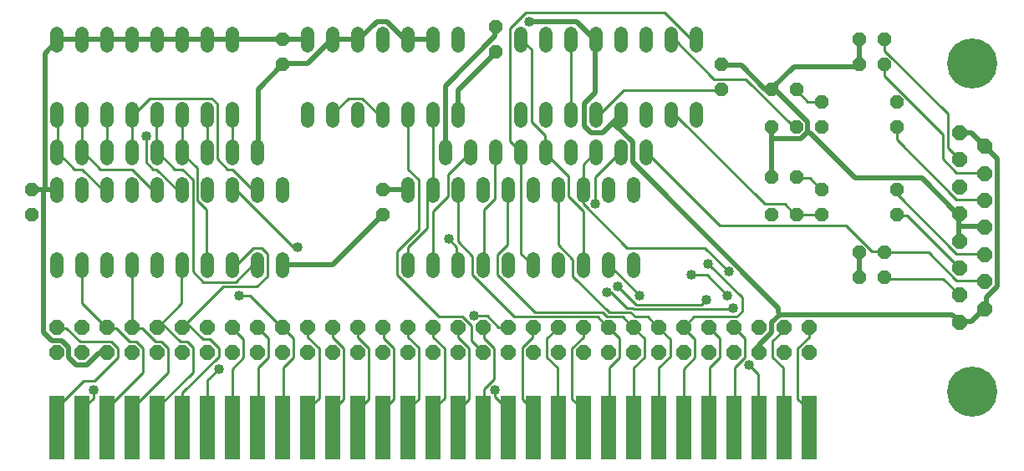
<source format=gtl>
G75*
%MOIN*%
%OFA0B0*%
%FSLAX24Y24*%
%IPPOS*%
%LPD*%
%AMOC8*
5,1,8,0,0,1.08239X$1,22.5*
%
%ADD10R,0.0600X0.2550*%
%ADD11OC8,0.0520*%
%ADD12OC8,0.0600*%
%ADD13C,0.0520*%
%ADD14C,0.2000*%
%ADD15C,0.0100*%
%ADD16C,0.0400*%
%ADD17C,0.0200*%
D10*
X001680Y001940D03*
X002680Y001940D03*
X003680Y001940D03*
X004680Y001940D03*
X005680Y001940D03*
X006680Y001940D03*
X007680Y001940D03*
X008680Y001940D03*
X009680Y001940D03*
X010680Y001940D03*
X011680Y001940D03*
X012680Y001940D03*
X013680Y001940D03*
X014680Y001940D03*
X015680Y001940D03*
X016680Y001940D03*
X017680Y001940D03*
X018680Y001940D03*
X019680Y001940D03*
X020680Y001940D03*
X021680Y001940D03*
X022680Y001940D03*
X023680Y001940D03*
X024680Y001940D03*
X025680Y001940D03*
X026680Y001940D03*
X027680Y001940D03*
X028680Y001940D03*
X029680Y001940D03*
X030680Y001940D03*
X031680Y001940D03*
D11*
X033680Y007940D03*
X034680Y007940D03*
X034680Y008940D03*
X033680Y008940D03*
X032180Y010440D03*
X031180Y010440D03*
X030180Y010440D03*
X032180Y011440D03*
X031180Y011940D03*
X030180Y011940D03*
X030180Y013940D03*
X031180Y013940D03*
X032180Y013940D03*
X032180Y014940D03*
X031180Y015440D03*
X030180Y015440D03*
X028180Y015440D03*
X028180Y016440D03*
X033680Y016440D03*
X034680Y016440D03*
X034680Y017440D03*
X033680Y017440D03*
X035180Y014940D03*
X035180Y013940D03*
X035180Y011440D03*
X035180Y010440D03*
X019180Y016940D03*
X019180Y017940D03*
X010680Y017440D03*
X010680Y016440D03*
X014680Y011440D03*
X014680Y010440D03*
X000680Y010440D03*
X000680Y011440D03*
D12*
X001680Y005940D03*
X002680Y005940D03*
X003680Y005940D03*
X004680Y005940D03*
X005680Y005940D03*
X006680Y005940D03*
X007680Y005940D03*
X008680Y005940D03*
X009680Y005940D03*
X010680Y005940D03*
X011680Y005940D03*
X012680Y005940D03*
X013680Y005940D03*
X014680Y005940D03*
X015680Y005940D03*
X016680Y005940D03*
X017680Y005940D03*
X018680Y005940D03*
X019680Y005940D03*
X020680Y005940D03*
X021680Y005940D03*
X022680Y005940D03*
X023680Y005940D03*
X024680Y005940D03*
X025680Y005940D03*
X026680Y005940D03*
X027680Y005940D03*
X028680Y005940D03*
X029680Y005940D03*
X030680Y005940D03*
X031680Y005940D03*
X031680Y004940D03*
X030680Y004940D03*
X029680Y004940D03*
X028680Y004940D03*
X027680Y004940D03*
X026680Y004940D03*
X025680Y004940D03*
X024680Y004940D03*
X023680Y004940D03*
X022680Y004940D03*
X021680Y004940D03*
X020680Y004940D03*
X019680Y004940D03*
X018680Y004940D03*
X017680Y004940D03*
X016680Y004940D03*
X015680Y004940D03*
X014680Y004940D03*
X013680Y004940D03*
X012680Y004940D03*
X011680Y004940D03*
X010680Y004940D03*
X009680Y004940D03*
X008680Y004940D03*
X007680Y004940D03*
X006680Y004940D03*
X005680Y004940D03*
X004680Y004940D03*
X003680Y004940D03*
X002680Y004940D03*
X001680Y004940D03*
X037680Y006160D03*
X038680Y006700D03*
X037680Y007240D03*
X038680Y007780D03*
X037680Y008320D03*
X038680Y008860D03*
X037680Y009400D03*
X038680Y009940D03*
X037680Y010480D03*
X038680Y011020D03*
X037680Y011560D03*
X038680Y012100D03*
X037680Y012640D03*
X038680Y013180D03*
X037680Y013720D03*
D13*
X027180Y014180D02*
X027180Y014700D01*
X026180Y014700D02*
X026180Y014180D01*
X025180Y014180D02*
X025180Y014700D01*
X024180Y014700D02*
X024180Y014180D01*
X023180Y014180D02*
X023180Y014700D01*
X022180Y014700D02*
X022180Y014180D01*
X021180Y014180D02*
X021180Y014700D01*
X020180Y014700D02*
X020180Y014180D01*
X020180Y013200D02*
X020180Y012680D01*
X019180Y012680D02*
X019180Y013200D01*
X018180Y013200D02*
X018180Y012680D01*
X017180Y012680D02*
X017180Y013200D01*
X016680Y014180D02*
X016680Y014700D01*
X015680Y014700D02*
X015680Y014180D01*
X014680Y014180D02*
X014680Y014700D01*
X013680Y014700D02*
X013680Y014180D01*
X012680Y014180D02*
X012680Y014700D01*
X011680Y014700D02*
X011680Y014180D01*
X009680Y013200D02*
X009680Y012680D01*
X008680Y012680D02*
X008680Y013200D01*
X007680Y013200D02*
X007680Y012680D01*
X006680Y012680D02*
X006680Y013200D01*
X005680Y013200D02*
X005680Y012680D01*
X004680Y012680D02*
X004680Y013200D01*
X003680Y013200D02*
X003680Y012680D01*
X002680Y012680D02*
X002680Y013200D01*
X001680Y013200D02*
X001680Y012680D01*
X001680Y011700D02*
X001680Y011180D01*
X002680Y011180D02*
X002680Y011700D01*
X003680Y011700D02*
X003680Y011180D01*
X004680Y011180D02*
X004680Y011700D01*
X005680Y011700D02*
X005680Y011180D01*
X006680Y011180D02*
X006680Y011700D01*
X007680Y011700D02*
X007680Y011180D01*
X008680Y011180D02*
X008680Y011700D01*
X009680Y011700D02*
X009680Y011180D01*
X010680Y011180D02*
X010680Y011700D01*
X015680Y011700D02*
X015680Y011180D01*
X016680Y011180D02*
X016680Y011700D01*
X017680Y011700D02*
X017680Y011180D01*
X018680Y011180D02*
X018680Y011700D01*
X019680Y011700D02*
X019680Y011180D01*
X020680Y011180D02*
X020680Y011700D01*
X021680Y011700D02*
X021680Y011180D01*
X022680Y011180D02*
X022680Y011700D01*
X023680Y011700D02*
X023680Y011180D01*
X024680Y011180D02*
X024680Y011700D01*
X024180Y012680D02*
X024180Y013200D01*
X023180Y013200D02*
X023180Y012680D01*
X022180Y012680D02*
X022180Y013200D01*
X021180Y013200D02*
X021180Y012680D01*
X017680Y014180D02*
X017680Y014700D01*
X017680Y017180D02*
X017680Y017700D01*
X016680Y017700D02*
X016680Y017180D01*
X015680Y017180D02*
X015680Y017700D01*
X014680Y017700D02*
X014680Y017180D01*
X013680Y017180D02*
X013680Y017700D01*
X012680Y017700D02*
X012680Y017180D01*
X011680Y017180D02*
X011680Y017700D01*
X008680Y017700D02*
X008680Y017180D01*
X007680Y017180D02*
X007680Y017700D01*
X006680Y017700D02*
X006680Y017180D01*
X005680Y017180D02*
X005680Y017700D01*
X004680Y017700D02*
X004680Y017180D01*
X003680Y017180D02*
X003680Y017700D01*
X002680Y017700D02*
X002680Y017180D01*
X001680Y017180D02*
X001680Y017700D01*
X001680Y014700D02*
X001680Y014180D01*
X002680Y014180D02*
X002680Y014700D01*
X003680Y014700D02*
X003680Y014180D01*
X004680Y014180D02*
X004680Y014700D01*
X005680Y014700D02*
X005680Y014180D01*
X006680Y014180D02*
X006680Y014700D01*
X007680Y014700D02*
X007680Y014180D01*
X008680Y014180D02*
X008680Y014700D01*
X020180Y017180D02*
X020180Y017700D01*
X021180Y017700D02*
X021180Y017180D01*
X022180Y017180D02*
X022180Y017700D01*
X023180Y017700D02*
X023180Y017180D01*
X024180Y017180D02*
X024180Y017700D01*
X025180Y017700D02*
X025180Y017180D01*
X026180Y017180D02*
X026180Y017700D01*
X027180Y017700D02*
X027180Y017180D01*
X025180Y013200D02*
X025180Y012680D01*
X024680Y008700D02*
X024680Y008180D01*
X023680Y008180D02*
X023680Y008700D01*
X022680Y008700D02*
X022680Y008180D01*
X021680Y008180D02*
X021680Y008700D01*
X020680Y008700D02*
X020680Y008180D01*
X019680Y008180D02*
X019680Y008700D01*
X018680Y008700D02*
X018680Y008180D01*
X017680Y008180D02*
X017680Y008700D01*
X016680Y008700D02*
X016680Y008180D01*
X015680Y008180D02*
X015680Y008700D01*
X010680Y008700D02*
X010680Y008180D01*
X009680Y008180D02*
X009680Y008700D01*
X008680Y008700D02*
X008680Y008180D01*
X007680Y008180D02*
X007680Y008700D01*
X006680Y008700D02*
X006680Y008180D01*
X005680Y008180D02*
X005680Y008700D01*
X004680Y008700D02*
X004680Y008180D01*
X003680Y008180D02*
X003680Y008700D01*
X002680Y008700D02*
X002680Y008180D01*
X001680Y008180D02*
X001680Y008700D01*
D14*
X038180Y003380D03*
X038180Y016500D03*
D15*
X037215Y014470D02*
X034695Y016990D01*
X034695Y017440D01*
X034680Y017440D01*
X034680Y016440D02*
X034695Y016405D01*
X034695Y016000D01*
X037035Y013660D01*
X037035Y012670D01*
X037575Y012130D01*
X038655Y012130D01*
X038680Y012100D01*
X037680Y012640D02*
X037665Y012670D01*
X037215Y013120D01*
X037215Y014470D01*
X035190Y013930D02*
X035190Y013435D01*
X037575Y011050D01*
X038655Y011050D01*
X038680Y011020D01*
X037665Y008350D02*
X035595Y010420D01*
X035190Y010420D01*
X035180Y010440D01*
X035190Y011275D02*
X037575Y008890D01*
X038655Y008890D01*
X038680Y008860D01*
X037665Y008350D02*
X037680Y008320D01*
X037035Y007900D02*
X037665Y007270D01*
X037680Y007240D01*
X037575Y007810D02*
X038655Y007810D01*
X038680Y007780D01*
X037575Y007810D02*
X036450Y008935D01*
X034695Y008935D01*
X034680Y008940D01*
X034650Y008980D01*
X034200Y008980D01*
X033165Y010015D01*
X028125Y010015D01*
X025200Y012940D01*
X025180Y012940D01*
X024180Y012940D02*
X024165Y012940D01*
X023175Y011950D01*
X023175Y010870D01*
X022680Y010870D02*
X024435Y009115D01*
X027540Y009115D01*
X028485Y008170D01*
X027630Y008035D02*
X028440Y007225D01*
X029025Y007135D02*
X029025Y006595D01*
X028800Y006370D01*
X027090Y006370D01*
X026685Y005965D01*
X026680Y005940D01*
X026685Y005920D01*
X027135Y005470D01*
X027135Y004750D01*
X026685Y004300D01*
X026685Y001960D01*
X026680Y001940D01*
X025695Y001960D02*
X025680Y001940D01*
X025695Y001960D02*
X025695Y004345D01*
X026145Y004795D01*
X026145Y005470D01*
X025695Y005920D01*
X025680Y005940D01*
X025650Y005965D01*
X025245Y006370D01*
X024750Y006370D01*
X024570Y006550D01*
X023715Y006550D01*
X022275Y007990D01*
X022275Y008665D01*
X021690Y009250D01*
X021690Y011410D01*
X021680Y011440D01*
X022095Y011185D02*
X022095Y011995D01*
X021195Y012895D01*
X021180Y012940D01*
X021150Y012940D01*
X021150Y013615D01*
X020610Y014155D01*
X020610Y017035D01*
X020205Y017440D01*
X020180Y017440D01*
X019755Y017890D02*
X019755Y013390D01*
X020160Y012985D01*
X020180Y012940D01*
X020205Y012940D01*
X020205Y008890D01*
X020655Y008440D01*
X020680Y008440D01*
X019665Y009250D02*
X019260Y008845D01*
X019260Y008035D01*
X020745Y006550D01*
X023445Y006550D01*
X023625Y006370D01*
X024255Y006370D01*
X024660Y005965D01*
X024680Y005940D01*
X024705Y005920D01*
X025110Y005515D01*
X025110Y004750D01*
X024705Y004345D01*
X024705Y001960D01*
X024680Y001940D01*
X023715Y001960D02*
X023680Y001940D01*
X023715Y001960D02*
X023715Y004345D01*
X024120Y004750D01*
X024120Y005515D01*
X023715Y005920D01*
X023680Y005940D01*
X023670Y005965D01*
X023265Y006370D01*
X019935Y006370D01*
X018270Y008035D01*
X018270Y008800D01*
X017685Y009385D01*
X017685Y011410D01*
X017680Y011440D01*
X017280Y011185D02*
X017280Y012040D01*
X018180Y012940D01*
X019170Y012940D02*
X019180Y012940D01*
X019170Y012940D02*
X019170Y011095D01*
X018720Y010645D01*
X018720Y008440D01*
X018680Y008440D01*
X017680Y008440D02*
X017640Y008440D01*
X017640Y009160D01*
X017325Y009475D01*
X016470Y009925D02*
X016470Y011230D01*
X016680Y011440D01*
X016695Y011455D01*
X016695Y014425D01*
X016680Y014440D01*
X015705Y014425D02*
X015680Y014440D01*
X015705Y014425D02*
X015705Y012265D01*
X016110Y011860D01*
X016110Y009835D01*
X015255Y008980D01*
X015255Y008035D01*
X016920Y006370D01*
X017865Y006370D01*
X018225Y006010D01*
X018225Y005425D01*
X018675Y004975D01*
X018680Y004940D01*
X019125Y005110D02*
X019125Y003895D01*
X018720Y003490D01*
X018720Y001960D01*
X018680Y001940D01*
X019665Y001960D02*
X019680Y001940D01*
X019665Y001960D02*
X019665Y002680D01*
X019170Y003175D01*
X019170Y003445D01*
X020250Y003085D02*
X020655Y002680D01*
X020655Y001960D01*
X020680Y001940D01*
X021645Y001960D02*
X021680Y001940D01*
X021645Y001960D02*
X021645Y004345D01*
X021240Y004750D01*
X021240Y005515D01*
X021645Y005920D01*
X021680Y005940D01*
X020680Y005940D02*
X020655Y005920D01*
X020655Y005560D01*
X020250Y005155D01*
X020250Y003085D01*
X022230Y003085D02*
X022680Y002635D01*
X022680Y001940D01*
X022230Y003085D02*
X022230Y005110D01*
X022680Y005560D01*
X022680Y005940D01*
X023805Y007360D02*
X024435Y006730D01*
X024660Y006730D01*
X024705Y006685D01*
X028620Y006685D01*
X028665Y006730D01*
X029025Y007135D02*
X027675Y008485D01*
X027630Y008035D02*
X027000Y008035D01*
X024930Y007225D02*
X023715Y008440D01*
X023680Y008440D01*
X022680Y008440D02*
X022680Y010600D01*
X022095Y011185D01*
X022680Y011440D02*
X022680Y010870D01*
X022680Y011440D02*
X022680Y012445D01*
X023175Y012940D01*
X023180Y012940D01*
X023180Y014440D02*
X023220Y014470D01*
X023355Y014470D01*
X024300Y015415D01*
X028170Y015415D01*
X028180Y015440D01*
X027900Y015865D02*
X029160Y015865D01*
X031050Y013975D01*
X031140Y013975D01*
X031180Y013940D01*
X031635Y014965D02*
X031185Y015415D01*
X031180Y015440D01*
X031635Y014965D02*
X032175Y014965D01*
X032180Y014940D01*
X035180Y013940D02*
X035190Y013930D01*
X032175Y011455D02*
X031725Y011905D01*
X031185Y011905D01*
X031180Y011940D01*
X032175Y011455D02*
X032180Y011440D01*
X031140Y010465D02*
X030735Y010870D01*
X029925Y010870D01*
X026370Y014425D01*
X026190Y014425D01*
X026180Y014440D01*
X027900Y015865D02*
X026325Y017440D01*
X026180Y017440D01*
X027000Y017440D02*
X025920Y018520D01*
X020385Y018520D01*
X019755Y017890D01*
X022180Y017440D02*
X022185Y017440D01*
X022185Y014470D01*
X022180Y014440D01*
X019680Y011440D02*
X019665Y011410D01*
X019665Y009250D01*
X017280Y011185D02*
X016695Y010600D01*
X016695Y008440D01*
X016680Y008440D01*
X015705Y008440D02*
X015680Y008440D01*
X015705Y008440D02*
X015705Y009160D01*
X016470Y009925D01*
X011295Y009160D02*
X011115Y009160D01*
X008865Y011410D01*
X008685Y011410D01*
X008680Y011440D01*
X009495Y011455D02*
X008685Y012265D01*
X008505Y012265D01*
X008100Y012670D01*
X008100Y014875D01*
X007875Y015100D01*
X005400Y015100D01*
X004725Y014425D01*
X004680Y014440D01*
X004680Y012940D01*
X005265Y012535D02*
X005265Y013570D01*
X005670Y012985D02*
X005680Y012940D01*
X005715Y012940D01*
X006390Y012265D01*
X006705Y012265D01*
X007110Y011860D01*
X007110Y008170D01*
X007515Y007765D01*
X008820Y007765D01*
X009495Y008440D01*
X009680Y008440D01*
X010080Y007990D02*
X010080Y008890D01*
X009855Y009115D01*
X009540Y009115D01*
X008865Y008440D01*
X008680Y008440D01*
X007680Y008440D02*
X007650Y008440D01*
X007650Y010645D01*
X007290Y011005D01*
X007290Y012310D01*
X006705Y012895D01*
X006680Y012940D01*
X006705Y012940D01*
X006705Y014425D01*
X006680Y014440D01*
X005680Y014440D02*
X005670Y014425D01*
X005670Y012985D01*
X005265Y012535D02*
X005535Y012265D01*
X005670Y012265D01*
X006480Y011455D01*
X006660Y011455D01*
X006680Y011440D01*
X005680Y011440D02*
X005670Y011455D01*
X005490Y011455D01*
X004680Y012265D01*
X003420Y012265D01*
X002745Y012940D01*
X002680Y012940D01*
X002700Y012940D01*
X002700Y014425D01*
X002680Y014440D01*
X001710Y014425D02*
X001680Y014440D01*
X001710Y014425D02*
X001710Y012985D01*
X001680Y012940D01*
X001710Y012940D01*
X002385Y012265D01*
X002700Y012265D01*
X003510Y011455D01*
X003645Y011455D01*
X003680Y011440D01*
X003690Y012940D02*
X003680Y012940D01*
X003690Y012940D02*
X003690Y014425D01*
X003680Y014440D01*
X007680Y014440D02*
X007695Y014425D01*
X007695Y012940D01*
X007680Y012940D01*
X008680Y012940D02*
X008685Y012940D01*
X008685Y014425D01*
X008680Y014440D01*
X012680Y014440D02*
X012690Y014470D01*
X013320Y015100D01*
X013860Y015100D01*
X014490Y014470D01*
X014670Y014470D01*
X014680Y014440D01*
X009675Y011455D02*
X009495Y011455D01*
X009675Y011455D02*
X009680Y011440D01*
X006680Y008440D02*
X006660Y008440D01*
X006660Y006910D01*
X005715Y005965D01*
X005680Y005940D01*
X005895Y006100D01*
X006615Y005380D01*
X006885Y005380D01*
X007110Y005155D01*
X007110Y004165D01*
X005715Y002770D01*
X005715Y001960D01*
X005680Y001940D01*
X004680Y001940D02*
X004680Y002725D01*
X006120Y004165D01*
X006120Y005110D01*
X005850Y005380D01*
X005625Y005380D01*
X005085Y005920D01*
X004725Y005920D01*
X004680Y005940D01*
X004680Y008440D01*
X002700Y008440D02*
X002680Y008440D01*
X002700Y008440D02*
X002700Y006910D01*
X003645Y005965D01*
X003680Y005940D01*
X003690Y005920D01*
X004050Y005920D01*
X004590Y005380D01*
X004860Y005380D01*
X005130Y005110D01*
X005130Y004165D01*
X003690Y002725D01*
X003690Y001960D01*
X003680Y001940D01*
X002700Y001960D02*
X002680Y001940D01*
X002700Y001960D02*
X002700Y002680D01*
X003150Y003130D01*
X003150Y003445D01*
X003195Y003805D02*
X002745Y003805D01*
X001710Y002770D01*
X001710Y001960D01*
X001680Y001940D01*
X003195Y003805D02*
X004140Y004750D01*
X004140Y005110D01*
X003870Y005380D01*
X002610Y005380D01*
X002070Y005920D01*
X001710Y005920D01*
X001680Y005940D01*
X006680Y005940D02*
X006885Y006100D01*
X007515Y005470D01*
X007785Y005470D01*
X008145Y005110D01*
X008145Y004795D01*
X006705Y003355D01*
X006705Y001960D01*
X006680Y001940D01*
X007680Y001940D02*
X007695Y001960D01*
X007695Y003850D01*
X008145Y004300D01*
X008685Y004300D02*
X009135Y004750D01*
X009135Y005470D01*
X008685Y005920D01*
X008680Y005940D01*
X009680Y005940D02*
X009720Y005920D01*
X010125Y005515D01*
X010125Y004750D01*
X009720Y004345D01*
X009720Y001960D01*
X009680Y001940D01*
X008685Y001960D02*
X008680Y001940D01*
X008685Y001960D02*
X008685Y004300D01*
X010710Y004345D02*
X011115Y004750D01*
X011115Y005515D01*
X010710Y005920D01*
X010680Y005940D01*
X010665Y005965D01*
X009405Y007225D01*
X008955Y007225D01*
X008325Y007585D02*
X006680Y005940D01*
X008325Y007585D02*
X009675Y007585D01*
X010080Y007990D01*
X011680Y005940D02*
X011700Y005920D01*
X011700Y005560D01*
X012150Y005110D01*
X012150Y003130D01*
X011700Y002680D01*
X011700Y001960D01*
X011680Y001940D01*
X010710Y001960D02*
X010680Y001940D01*
X010710Y001960D02*
X010710Y004345D01*
X012690Y005560D02*
X013140Y005110D01*
X013140Y003085D01*
X012690Y002635D01*
X012690Y001960D01*
X012680Y001940D01*
X013680Y001940D02*
X013680Y002635D01*
X014130Y003085D01*
X014130Y005110D01*
X013680Y005560D01*
X013680Y005940D01*
X014680Y005940D02*
X014715Y005920D01*
X014715Y005515D01*
X015120Y005110D01*
X015120Y003085D01*
X014715Y002680D01*
X014715Y001960D01*
X014680Y001940D01*
X015680Y001940D02*
X015705Y001960D01*
X015705Y002680D01*
X016110Y003085D01*
X016110Y005155D01*
X015705Y005560D01*
X015705Y005920D01*
X015680Y005940D01*
X016680Y005940D02*
X016695Y005920D01*
X016695Y005560D01*
X017145Y005110D01*
X017145Y003130D01*
X016695Y002680D01*
X016695Y001960D01*
X016680Y001940D01*
X017680Y001940D02*
X017685Y001960D01*
X017685Y002635D01*
X018135Y003085D01*
X018135Y005110D01*
X017685Y005560D01*
X017685Y005920D01*
X017680Y005940D01*
X018315Y006415D02*
X018855Y006415D01*
X019305Y005965D01*
X019665Y005965D01*
X019680Y005940D01*
X018720Y005920D02*
X018680Y005940D01*
X018720Y005920D02*
X018720Y005515D01*
X019125Y005110D01*
X023625Y007360D02*
X023805Y007360D01*
X024075Y007585D02*
X024795Y006865D01*
X027405Y006865D01*
X027585Y007045D01*
X027680Y005940D02*
X027720Y005920D01*
X028125Y005515D01*
X028125Y004750D01*
X027720Y004345D01*
X027720Y001960D01*
X027680Y001940D01*
X028680Y001940D02*
X028710Y001960D01*
X028710Y004345D01*
X029115Y004750D01*
X029115Y005515D01*
X028710Y005920D01*
X028680Y005940D01*
X030240Y005425D02*
X030645Y005830D01*
X030645Y005920D01*
X030680Y005940D01*
X031230Y005110D02*
X031680Y005560D01*
X031680Y005940D01*
X030240Y005425D02*
X030240Y004750D01*
X030645Y004345D01*
X030645Y001960D01*
X030680Y001940D01*
X029680Y001940D02*
X029655Y001960D01*
X029655Y004075D01*
X029295Y004435D01*
X031230Y005110D02*
X031230Y003085D01*
X031680Y002635D01*
X031680Y001940D01*
X034695Y007900D02*
X034680Y007940D01*
X034695Y007900D02*
X037035Y007900D01*
X032180Y010440D02*
X032175Y010465D01*
X031185Y010465D01*
X031180Y010440D01*
X031140Y010465D01*
X035190Y011275D02*
X035190Y011410D01*
X035180Y011440D01*
X027180Y017440D02*
X027000Y017440D01*
X012680Y005940D02*
X012690Y005920D01*
X012690Y005560D01*
D16*
X008955Y007225D03*
X011295Y009160D03*
X017325Y009475D03*
X023175Y010870D03*
X027675Y008485D03*
X027000Y008035D03*
X028485Y008170D03*
X028440Y007225D03*
X028665Y006730D03*
X027585Y007045D03*
X024930Y007225D03*
X024075Y007585D03*
X023625Y007360D03*
X018315Y006415D03*
X019170Y003445D03*
X029295Y004435D03*
X008145Y004300D03*
X003150Y003445D03*
X005265Y013570D03*
X020520Y018160D03*
D17*
X022410Y018160D01*
X023085Y017485D01*
X023180Y017440D01*
X023175Y017440D01*
X023175Y015325D01*
X022725Y014875D01*
X022725Y013975D01*
X022995Y013705D01*
X023445Y013705D01*
X024180Y014440D01*
X023940Y014065D01*
X024660Y013345D01*
X024660Y012535D01*
X030465Y006730D01*
X030465Y006550D01*
X030510Y006460D01*
X037395Y006460D01*
X037620Y006235D01*
X037680Y006160D01*
X037710Y006190D01*
X038160Y006190D01*
X038655Y006685D01*
X038680Y006700D01*
X038745Y006775D01*
X038745Y007135D01*
X039195Y007585D01*
X039195Y012670D01*
X038745Y013120D01*
X038680Y013180D01*
X038655Y013210D01*
X038160Y013705D01*
X037710Y013705D01*
X037680Y013720D01*
X036180Y011905D02*
X037575Y010510D01*
X037680Y010480D01*
X037665Y010465D01*
X037665Y009970D01*
X038655Y009970D01*
X038680Y009940D01*
X037665Y009970D02*
X037665Y009430D01*
X037680Y009400D01*
X033705Y008935D02*
X033705Y007945D01*
X033680Y007940D01*
X033705Y008935D02*
X033680Y008940D01*
X030510Y006460D02*
X030195Y006145D01*
X030195Y005740D01*
X029700Y005245D01*
X029700Y004975D01*
X029680Y004940D01*
X014680Y010440D02*
X014670Y010420D01*
X012690Y008440D01*
X010680Y008440D01*
X014680Y011440D02*
X014715Y011455D01*
X015660Y011455D01*
X015680Y011440D01*
X017180Y012940D02*
X017190Y012940D01*
X017190Y015595D01*
X019170Y017575D01*
X019170Y017935D01*
X019180Y017940D01*
X019180Y016940D02*
X019170Y016900D01*
X017685Y015415D01*
X017685Y014470D01*
X017680Y014440D01*
X012600Y017395D02*
X011700Y016495D01*
X010755Y016495D01*
X010680Y016440D01*
X010665Y016405D01*
X009720Y015460D01*
X009720Y012940D01*
X009680Y012940D01*
X001680Y011440D02*
X001665Y011455D01*
X001215Y011455D01*
X001215Y016900D01*
X001665Y017350D01*
X001680Y017440D01*
X002680Y017440D01*
X003680Y017440D01*
X004680Y017440D01*
X005680Y017440D01*
X006680Y017440D01*
X007680Y017440D01*
X008680Y017440D01*
X010680Y017440D01*
X011680Y017440D01*
X012600Y017395D02*
X012680Y017440D01*
X013680Y017440D01*
X013770Y017485D01*
X014445Y018160D01*
X014850Y018160D01*
X015525Y017485D01*
X015615Y017485D01*
X015680Y017440D01*
X016680Y017440D01*
X028180Y016440D02*
X028215Y016405D01*
X028980Y016405D01*
X029925Y015460D01*
X030150Y015460D01*
X030180Y015440D01*
X030330Y015460D01*
X031635Y014155D01*
X031635Y013750D01*
X031725Y013705D01*
X033525Y011905D01*
X036180Y011905D01*
X031635Y013750D02*
X031365Y013480D01*
X030195Y013480D01*
X030195Y011950D01*
X030180Y011940D01*
X030195Y013480D02*
X030195Y013930D01*
X030180Y013940D01*
X030180Y015440D02*
X030240Y015505D01*
X031095Y016360D01*
X033615Y016360D01*
X033680Y016440D01*
X033705Y016450D01*
X033705Y017440D01*
X033680Y017440D01*
X003680Y004940D02*
X003645Y004930D01*
X003375Y004930D01*
X002880Y004435D01*
X002475Y004435D01*
X002160Y004750D01*
X002160Y005155D01*
X001890Y005425D01*
X001485Y005425D01*
X001170Y005740D01*
X001170Y011455D01*
X000720Y011455D01*
X000680Y011440D01*
X001170Y011455D02*
X001215Y011455D01*
M02*

</source>
